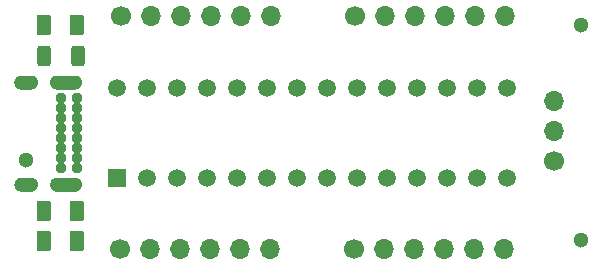
<source format=gbr>
%TF.GenerationSoftware,KiCad,Pcbnew,(6.0.7)*%
%TF.CreationDate,2022-12-19T16:29:32-08:00*%
%TF.ProjectId,Intermediary_revC_4layer,496e7465-726d-4656-9469-6172795f7265,rev?*%
%TF.SameCoordinates,Original*%
%TF.FileFunction,Soldermask,Top*%
%TF.FilePolarity,Negative*%
%FSLAX46Y46*%
G04 Gerber Fmt 4.6, Leading zero omitted, Abs format (unit mm)*
G04 Created by KiCad (PCBNEW (6.0.7)) date 2022-12-19 16:29:32*
%MOMM*%
%LPD*%
G01*
G04 APERTURE LIST*
G04 Aperture macros list*
%AMRoundRect*
0 Rectangle with rounded corners*
0 $1 Rounding radius*
0 $2 $3 $4 $5 $6 $7 $8 $9 X,Y pos of 4 corners*
0 Add a 4 corners polygon primitive as box body*
4,1,4,$2,$3,$4,$5,$6,$7,$8,$9,$2,$3,0*
0 Add four circle primitives for the rounded corners*
1,1,$1+$1,$2,$3*
1,1,$1+$1,$4,$5*
1,1,$1+$1,$6,$7*
1,1,$1+$1,$8,$9*
0 Add four rect primitives between the rounded corners*
20,1,$1+$1,$2,$3,$4,$5,0*
20,1,$1+$1,$4,$5,$6,$7,0*
20,1,$1+$1,$6,$7,$8,$9,0*
20,1,$1+$1,$8,$9,$2,$3,0*%
G04 Aperture macros list end*
%ADD10C,0.010000*%
%ADD11C,0.954800*%
%ADD12C,1.300000*%
%ADD13C,1.700000*%
%ADD14O,1.700000X1.700000*%
%ADD15RoundRect,0.250000X0.312500X0.625000X-0.312500X0.625000X-0.312500X-0.625000X0.312500X-0.625000X0*%
%ADD16RoundRect,0.250000X0.375000X0.625000X-0.375000X0.625000X-0.375000X-0.625000X0.375000X-0.625000X0*%
%ADD17R,1.508000X1.508000*%
%ADD18C,1.508000*%
G04 APERTURE END LIST*
%TO.C,J5*%
G36*
X125264400Y-98772000D02*
G01*
X125292400Y-98774000D01*
X125321400Y-98778000D01*
X125349400Y-98783000D01*
X125377400Y-98790000D01*
X125405400Y-98798000D01*
X125432400Y-98808000D01*
X125459400Y-98819000D01*
X125485400Y-98831000D01*
X125510400Y-98845000D01*
X125535400Y-98860000D01*
X125558400Y-98876000D01*
X125581400Y-98894000D01*
X125603400Y-98912000D01*
X125624400Y-98932000D01*
X125644400Y-98953000D01*
X125662400Y-98975000D01*
X125680400Y-98998000D01*
X125696400Y-99021000D01*
X125711400Y-99046000D01*
X125725400Y-99071000D01*
X125737400Y-99097000D01*
X125748400Y-99124000D01*
X125758400Y-99151000D01*
X125766400Y-99179000D01*
X125773400Y-99207000D01*
X125778400Y-99235000D01*
X125782400Y-99264000D01*
X125784400Y-99292000D01*
X125785400Y-99321000D01*
X125784400Y-99350000D01*
X125782400Y-99378000D01*
X125778400Y-99407000D01*
X125773400Y-99435000D01*
X125766400Y-99463000D01*
X125758400Y-99491000D01*
X125748400Y-99518000D01*
X125737400Y-99545000D01*
X125725400Y-99571000D01*
X125711400Y-99596000D01*
X125696400Y-99621000D01*
X125680400Y-99644000D01*
X125662400Y-99667000D01*
X125644400Y-99689000D01*
X125624400Y-99710000D01*
X125603400Y-99730000D01*
X125581400Y-99748000D01*
X125558400Y-99766000D01*
X125535400Y-99782000D01*
X125510400Y-99797000D01*
X125485400Y-99811000D01*
X125459400Y-99823000D01*
X125432400Y-99834000D01*
X125405400Y-99844000D01*
X125377400Y-99852000D01*
X125349400Y-99859000D01*
X125321400Y-99864000D01*
X125292400Y-99868000D01*
X125264400Y-99870000D01*
X125235400Y-99871000D01*
X123735400Y-99871000D01*
X123706400Y-99870000D01*
X123678400Y-99868000D01*
X123649400Y-99864000D01*
X123621400Y-99859000D01*
X123593400Y-99852000D01*
X123565400Y-99844000D01*
X123538400Y-99834000D01*
X123511400Y-99823000D01*
X123485400Y-99811000D01*
X123460400Y-99797000D01*
X123435400Y-99782000D01*
X123412400Y-99766000D01*
X123389400Y-99748000D01*
X123367400Y-99730000D01*
X123346400Y-99710000D01*
X123326400Y-99689000D01*
X123308400Y-99667000D01*
X123290400Y-99644000D01*
X123274400Y-99621000D01*
X123259400Y-99596000D01*
X123245400Y-99571000D01*
X123233400Y-99545000D01*
X123222400Y-99518000D01*
X123212400Y-99491000D01*
X123204400Y-99463000D01*
X123197400Y-99435000D01*
X123192400Y-99407000D01*
X123188400Y-99378000D01*
X123186400Y-99350000D01*
X123185400Y-99321000D01*
X123186400Y-99292000D01*
X123188400Y-99264000D01*
X123192400Y-99235000D01*
X123197400Y-99207000D01*
X123204400Y-99179000D01*
X123212400Y-99151000D01*
X123222400Y-99124000D01*
X123233400Y-99097000D01*
X123245400Y-99071000D01*
X123259400Y-99046000D01*
X123274400Y-99021000D01*
X123290400Y-98998000D01*
X123308400Y-98975000D01*
X123326400Y-98953000D01*
X123346400Y-98932000D01*
X123367400Y-98912000D01*
X123389400Y-98894000D01*
X123412400Y-98876000D01*
X123435400Y-98860000D01*
X123460400Y-98845000D01*
X123485400Y-98831000D01*
X123511400Y-98819000D01*
X123538400Y-98808000D01*
X123565400Y-98798000D01*
X123593400Y-98790000D01*
X123621400Y-98783000D01*
X123649400Y-98778000D01*
X123678400Y-98774000D01*
X123706400Y-98772000D01*
X123735400Y-98771000D01*
X125235400Y-98771000D01*
X125264400Y-98772000D01*
G37*
D10*
X125264400Y-98772000D02*
X125292400Y-98774000D01*
X125321400Y-98778000D01*
X125349400Y-98783000D01*
X125377400Y-98790000D01*
X125405400Y-98798000D01*
X125432400Y-98808000D01*
X125459400Y-98819000D01*
X125485400Y-98831000D01*
X125510400Y-98845000D01*
X125535400Y-98860000D01*
X125558400Y-98876000D01*
X125581400Y-98894000D01*
X125603400Y-98912000D01*
X125624400Y-98932000D01*
X125644400Y-98953000D01*
X125662400Y-98975000D01*
X125680400Y-98998000D01*
X125696400Y-99021000D01*
X125711400Y-99046000D01*
X125725400Y-99071000D01*
X125737400Y-99097000D01*
X125748400Y-99124000D01*
X125758400Y-99151000D01*
X125766400Y-99179000D01*
X125773400Y-99207000D01*
X125778400Y-99235000D01*
X125782400Y-99264000D01*
X125784400Y-99292000D01*
X125785400Y-99321000D01*
X125784400Y-99350000D01*
X125782400Y-99378000D01*
X125778400Y-99407000D01*
X125773400Y-99435000D01*
X125766400Y-99463000D01*
X125758400Y-99491000D01*
X125748400Y-99518000D01*
X125737400Y-99545000D01*
X125725400Y-99571000D01*
X125711400Y-99596000D01*
X125696400Y-99621000D01*
X125680400Y-99644000D01*
X125662400Y-99667000D01*
X125644400Y-99689000D01*
X125624400Y-99710000D01*
X125603400Y-99730000D01*
X125581400Y-99748000D01*
X125558400Y-99766000D01*
X125535400Y-99782000D01*
X125510400Y-99797000D01*
X125485400Y-99811000D01*
X125459400Y-99823000D01*
X125432400Y-99834000D01*
X125405400Y-99844000D01*
X125377400Y-99852000D01*
X125349400Y-99859000D01*
X125321400Y-99864000D01*
X125292400Y-99868000D01*
X125264400Y-99870000D01*
X125235400Y-99871000D01*
X123735400Y-99871000D01*
X123706400Y-99870000D01*
X123678400Y-99868000D01*
X123649400Y-99864000D01*
X123621400Y-99859000D01*
X123593400Y-99852000D01*
X123565400Y-99844000D01*
X123538400Y-99834000D01*
X123511400Y-99823000D01*
X123485400Y-99811000D01*
X123460400Y-99797000D01*
X123435400Y-99782000D01*
X123412400Y-99766000D01*
X123389400Y-99748000D01*
X123367400Y-99730000D01*
X123346400Y-99710000D01*
X123326400Y-99689000D01*
X123308400Y-99667000D01*
X123290400Y-99644000D01*
X123274400Y-99621000D01*
X123259400Y-99596000D01*
X123245400Y-99571000D01*
X123233400Y-99545000D01*
X123222400Y-99518000D01*
X123212400Y-99491000D01*
X123204400Y-99463000D01*
X123197400Y-99435000D01*
X123192400Y-99407000D01*
X123188400Y-99378000D01*
X123186400Y-99350000D01*
X123185400Y-99321000D01*
X123186400Y-99292000D01*
X123188400Y-99264000D01*
X123192400Y-99235000D01*
X123197400Y-99207000D01*
X123204400Y-99179000D01*
X123212400Y-99151000D01*
X123222400Y-99124000D01*
X123233400Y-99097000D01*
X123245400Y-99071000D01*
X123259400Y-99046000D01*
X123274400Y-99021000D01*
X123290400Y-98998000D01*
X123308400Y-98975000D01*
X123326400Y-98953000D01*
X123346400Y-98932000D01*
X123367400Y-98912000D01*
X123389400Y-98894000D01*
X123412400Y-98876000D01*
X123435400Y-98860000D01*
X123460400Y-98845000D01*
X123485400Y-98831000D01*
X123511400Y-98819000D01*
X123538400Y-98808000D01*
X123565400Y-98798000D01*
X123593400Y-98790000D01*
X123621400Y-98783000D01*
X123649400Y-98778000D01*
X123678400Y-98774000D01*
X123706400Y-98772000D01*
X123735400Y-98771000D01*
X125235400Y-98771000D01*
X125264400Y-98772000D01*
G36*
X121534400Y-98772000D02*
G01*
X121562400Y-98774000D01*
X121591400Y-98778000D01*
X121619400Y-98783000D01*
X121647400Y-98790000D01*
X121675400Y-98798000D01*
X121702400Y-98808000D01*
X121729400Y-98819000D01*
X121755400Y-98831000D01*
X121780400Y-98845000D01*
X121805400Y-98860000D01*
X121828400Y-98876000D01*
X121851400Y-98894000D01*
X121873400Y-98912000D01*
X121894400Y-98932000D01*
X121914400Y-98953000D01*
X121932400Y-98975000D01*
X121950400Y-98998000D01*
X121966400Y-99021000D01*
X121981400Y-99046000D01*
X121995400Y-99071000D01*
X122007400Y-99097000D01*
X122018400Y-99124000D01*
X122028400Y-99151000D01*
X122036400Y-99179000D01*
X122043400Y-99207000D01*
X122048400Y-99235000D01*
X122052400Y-99264000D01*
X122054400Y-99292000D01*
X122055400Y-99321000D01*
X122054400Y-99350000D01*
X122052400Y-99378000D01*
X122048400Y-99407000D01*
X122043400Y-99435000D01*
X122036400Y-99463000D01*
X122028400Y-99491000D01*
X122018400Y-99518000D01*
X122007400Y-99545000D01*
X121995400Y-99571000D01*
X121981400Y-99596000D01*
X121966400Y-99621000D01*
X121950400Y-99644000D01*
X121932400Y-99667000D01*
X121914400Y-99689000D01*
X121894400Y-99710000D01*
X121873400Y-99730000D01*
X121851400Y-99748000D01*
X121828400Y-99766000D01*
X121805400Y-99782000D01*
X121780400Y-99797000D01*
X121755400Y-99811000D01*
X121729400Y-99823000D01*
X121702400Y-99834000D01*
X121675400Y-99844000D01*
X121647400Y-99852000D01*
X121619400Y-99859000D01*
X121591400Y-99864000D01*
X121562400Y-99868000D01*
X121534400Y-99870000D01*
X121505400Y-99871000D01*
X120705400Y-99871000D01*
X120676400Y-99870000D01*
X120648400Y-99868000D01*
X120619400Y-99864000D01*
X120591400Y-99859000D01*
X120563400Y-99852000D01*
X120535400Y-99844000D01*
X120508400Y-99834000D01*
X120481400Y-99823000D01*
X120455400Y-99811000D01*
X120430400Y-99797000D01*
X120405400Y-99782000D01*
X120382400Y-99766000D01*
X120359400Y-99748000D01*
X120337400Y-99730000D01*
X120316400Y-99710000D01*
X120296400Y-99689000D01*
X120278400Y-99667000D01*
X120260400Y-99644000D01*
X120244400Y-99621000D01*
X120229400Y-99596000D01*
X120215400Y-99571000D01*
X120203400Y-99545000D01*
X120192400Y-99518000D01*
X120182400Y-99491000D01*
X120174400Y-99463000D01*
X120167400Y-99435000D01*
X120162400Y-99407000D01*
X120158400Y-99378000D01*
X120156400Y-99350000D01*
X120155400Y-99321000D01*
X120156400Y-99292000D01*
X120158400Y-99264000D01*
X120162400Y-99235000D01*
X120167400Y-99207000D01*
X120174400Y-99179000D01*
X120182400Y-99151000D01*
X120192400Y-99124000D01*
X120203400Y-99097000D01*
X120215400Y-99071000D01*
X120229400Y-99046000D01*
X120244400Y-99021000D01*
X120260400Y-98998000D01*
X120278400Y-98975000D01*
X120296400Y-98953000D01*
X120316400Y-98932000D01*
X120337400Y-98912000D01*
X120359400Y-98894000D01*
X120382400Y-98876000D01*
X120405400Y-98860000D01*
X120430400Y-98845000D01*
X120455400Y-98831000D01*
X120481400Y-98819000D01*
X120508400Y-98808000D01*
X120535400Y-98798000D01*
X120563400Y-98790000D01*
X120591400Y-98783000D01*
X120619400Y-98778000D01*
X120648400Y-98774000D01*
X120676400Y-98772000D01*
X120705400Y-98771000D01*
X121505400Y-98771000D01*
X121534400Y-98772000D01*
G37*
X121534400Y-98772000D02*
X121562400Y-98774000D01*
X121591400Y-98778000D01*
X121619400Y-98783000D01*
X121647400Y-98790000D01*
X121675400Y-98798000D01*
X121702400Y-98808000D01*
X121729400Y-98819000D01*
X121755400Y-98831000D01*
X121780400Y-98845000D01*
X121805400Y-98860000D01*
X121828400Y-98876000D01*
X121851400Y-98894000D01*
X121873400Y-98912000D01*
X121894400Y-98932000D01*
X121914400Y-98953000D01*
X121932400Y-98975000D01*
X121950400Y-98998000D01*
X121966400Y-99021000D01*
X121981400Y-99046000D01*
X121995400Y-99071000D01*
X122007400Y-99097000D01*
X122018400Y-99124000D01*
X122028400Y-99151000D01*
X122036400Y-99179000D01*
X122043400Y-99207000D01*
X122048400Y-99235000D01*
X122052400Y-99264000D01*
X122054400Y-99292000D01*
X122055400Y-99321000D01*
X122054400Y-99350000D01*
X122052400Y-99378000D01*
X122048400Y-99407000D01*
X122043400Y-99435000D01*
X122036400Y-99463000D01*
X122028400Y-99491000D01*
X122018400Y-99518000D01*
X122007400Y-99545000D01*
X121995400Y-99571000D01*
X121981400Y-99596000D01*
X121966400Y-99621000D01*
X121950400Y-99644000D01*
X121932400Y-99667000D01*
X121914400Y-99689000D01*
X121894400Y-99710000D01*
X121873400Y-99730000D01*
X121851400Y-99748000D01*
X121828400Y-99766000D01*
X121805400Y-99782000D01*
X121780400Y-99797000D01*
X121755400Y-99811000D01*
X121729400Y-99823000D01*
X121702400Y-99834000D01*
X121675400Y-99844000D01*
X121647400Y-99852000D01*
X121619400Y-99859000D01*
X121591400Y-99864000D01*
X121562400Y-99868000D01*
X121534400Y-99870000D01*
X121505400Y-99871000D01*
X120705400Y-99871000D01*
X120676400Y-99870000D01*
X120648400Y-99868000D01*
X120619400Y-99864000D01*
X120591400Y-99859000D01*
X120563400Y-99852000D01*
X120535400Y-99844000D01*
X120508400Y-99834000D01*
X120481400Y-99823000D01*
X120455400Y-99811000D01*
X120430400Y-99797000D01*
X120405400Y-99782000D01*
X120382400Y-99766000D01*
X120359400Y-99748000D01*
X120337400Y-99730000D01*
X120316400Y-99710000D01*
X120296400Y-99689000D01*
X120278400Y-99667000D01*
X120260400Y-99644000D01*
X120244400Y-99621000D01*
X120229400Y-99596000D01*
X120215400Y-99571000D01*
X120203400Y-99545000D01*
X120192400Y-99518000D01*
X120182400Y-99491000D01*
X120174400Y-99463000D01*
X120167400Y-99435000D01*
X120162400Y-99407000D01*
X120158400Y-99378000D01*
X120156400Y-99350000D01*
X120155400Y-99321000D01*
X120156400Y-99292000D01*
X120158400Y-99264000D01*
X120162400Y-99235000D01*
X120167400Y-99207000D01*
X120174400Y-99179000D01*
X120182400Y-99151000D01*
X120192400Y-99124000D01*
X120203400Y-99097000D01*
X120215400Y-99071000D01*
X120229400Y-99046000D01*
X120244400Y-99021000D01*
X120260400Y-98998000D01*
X120278400Y-98975000D01*
X120296400Y-98953000D01*
X120316400Y-98932000D01*
X120337400Y-98912000D01*
X120359400Y-98894000D01*
X120382400Y-98876000D01*
X120405400Y-98860000D01*
X120430400Y-98845000D01*
X120455400Y-98831000D01*
X120481400Y-98819000D01*
X120508400Y-98808000D01*
X120535400Y-98798000D01*
X120563400Y-98790000D01*
X120591400Y-98783000D01*
X120619400Y-98778000D01*
X120648400Y-98774000D01*
X120676400Y-98772000D01*
X120705400Y-98771000D01*
X121505400Y-98771000D01*
X121534400Y-98772000D01*
G36*
X125264400Y-90122000D02*
G01*
X125292400Y-90124000D01*
X125321400Y-90128000D01*
X125349400Y-90133000D01*
X125377400Y-90140000D01*
X125405400Y-90148000D01*
X125432400Y-90158000D01*
X125459400Y-90169000D01*
X125485400Y-90181000D01*
X125510400Y-90195000D01*
X125535400Y-90210000D01*
X125558400Y-90226000D01*
X125581400Y-90244000D01*
X125603400Y-90262000D01*
X125624400Y-90282000D01*
X125644400Y-90303000D01*
X125662400Y-90325000D01*
X125680400Y-90348000D01*
X125696400Y-90371000D01*
X125711400Y-90396000D01*
X125725400Y-90421000D01*
X125737400Y-90447000D01*
X125748400Y-90474000D01*
X125758400Y-90501000D01*
X125766400Y-90529000D01*
X125773400Y-90557000D01*
X125778400Y-90585000D01*
X125782400Y-90614000D01*
X125784400Y-90642000D01*
X125785400Y-90671000D01*
X125784400Y-90700000D01*
X125782400Y-90728000D01*
X125778400Y-90757000D01*
X125773400Y-90785000D01*
X125766400Y-90813000D01*
X125758400Y-90841000D01*
X125748400Y-90868000D01*
X125737400Y-90895000D01*
X125725400Y-90921000D01*
X125711400Y-90946000D01*
X125696400Y-90971000D01*
X125680400Y-90994000D01*
X125662400Y-91017000D01*
X125644400Y-91039000D01*
X125624400Y-91060000D01*
X125603400Y-91080000D01*
X125581400Y-91098000D01*
X125558400Y-91116000D01*
X125535400Y-91132000D01*
X125510400Y-91147000D01*
X125485400Y-91161000D01*
X125459400Y-91173000D01*
X125432400Y-91184000D01*
X125405400Y-91194000D01*
X125377400Y-91202000D01*
X125349400Y-91209000D01*
X125321400Y-91214000D01*
X125292400Y-91218000D01*
X125264400Y-91220000D01*
X125235400Y-91221000D01*
X123735400Y-91221000D01*
X123706400Y-91220000D01*
X123678400Y-91218000D01*
X123649400Y-91214000D01*
X123621400Y-91209000D01*
X123593400Y-91202000D01*
X123565400Y-91194000D01*
X123538400Y-91184000D01*
X123511400Y-91173000D01*
X123485400Y-91161000D01*
X123460400Y-91147000D01*
X123435400Y-91132000D01*
X123412400Y-91116000D01*
X123389400Y-91098000D01*
X123367400Y-91080000D01*
X123346400Y-91060000D01*
X123326400Y-91039000D01*
X123308400Y-91017000D01*
X123290400Y-90994000D01*
X123274400Y-90971000D01*
X123259400Y-90946000D01*
X123245400Y-90921000D01*
X123233400Y-90895000D01*
X123222400Y-90868000D01*
X123212400Y-90841000D01*
X123204400Y-90813000D01*
X123197400Y-90785000D01*
X123192400Y-90757000D01*
X123188400Y-90728000D01*
X123186400Y-90700000D01*
X123185400Y-90671000D01*
X123186400Y-90642000D01*
X123188400Y-90614000D01*
X123192400Y-90585000D01*
X123197400Y-90557000D01*
X123204400Y-90529000D01*
X123212400Y-90501000D01*
X123222400Y-90474000D01*
X123233400Y-90447000D01*
X123245400Y-90421000D01*
X123259400Y-90396000D01*
X123274400Y-90371000D01*
X123290400Y-90348000D01*
X123308400Y-90325000D01*
X123326400Y-90303000D01*
X123346400Y-90282000D01*
X123367400Y-90262000D01*
X123389400Y-90244000D01*
X123412400Y-90226000D01*
X123435400Y-90210000D01*
X123460400Y-90195000D01*
X123485400Y-90181000D01*
X123511400Y-90169000D01*
X123538400Y-90158000D01*
X123565400Y-90148000D01*
X123593400Y-90140000D01*
X123621400Y-90133000D01*
X123649400Y-90128000D01*
X123678400Y-90124000D01*
X123706400Y-90122000D01*
X123735400Y-90121000D01*
X125235400Y-90121000D01*
X125264400Y-90122000D01*
G37*
X125264400Y-90122000D02*
X125292400Y-90124000D01*
X125321400Y-90128000D01*
X125349400Y-90133000D01*
X125377400Y-90140000D01*
X125405400Y-90148000D01*
X125432400Y-90158000D01*
X125459400Y-90169000D01*
X125485400Y-90181000D01*
X125510400Y-90195000D01*
X125535400Y-90210000D01*
X125558400Y-90226000D01*
X125581400Y-90244000D01*
X125603400Y-90262000D01*
X125624400Y-90282000D01*
X125644400Y-90303000D01*
X125662400Y-90325000D01*
X125680400Y-90348000D01*
X125696400Y-90371000D01*
X125711400Y-90396000D01*
X125725400Y-90421000D01*
X125737400Y-90447000D01*
X125748400Y-90474000D01*
X125758400Y-90501000D01*
X125766400Y-90529000D01*
X125773400Y-90557000D01*
X125778400Y-90585000D01*
X125782400Y-90614000D01*
X125784400Y-90642000D01*
X125785400Y-90671000D01*
X125784400Y-90700000D01*
X125782400Y-90728000D01*
X125778400Y-90757000D01*
X125773400Y-90785000D01*
X125766400Y-90813000D01*
X125758400Y-90841000D01*
X125748400Y-90868000D01*
X125737400Y-90895000D01*
X125725400Y-90921000D01*
X125711400Y-90946000D01*
X125696400Y-90971000D01*
X125680400Y-90994000D01*
X125662400Y-91017000D01*
X125644400Y-91039000D01*
X125624400Y-91060000D01*
X125603400Y-91080000D01*
X125581400Y-91098000D01*
X125558400Y-91116000D01*
X125535400Y-91132000D01*
X125510400Y-91147000D01*
X125485400Y-91161000D01*
X125459400Y-91173000D01*
X125432400Y-91184000D01*
X125405400Y-91194000D01*
X125377400Y-91202000D01*
X125349400Y-91209000D01*
X125321400Y-91214000D01*
X125292400Y-91218000D01*
X125264400Y-91220000D01*
X125235400Y-91221000D01*
X123735400Y-91221000D01*
X123706400Y-91220000D01*
X123678400Y-91218000D01*
X123649400Y-91214000D01*
X123621400Y-91209000D01*
X123593400Y-91202000D01*
X123565400Y-91194000D01*
X123538400Y-91184000D01*
X123511400Y-91173000D01*
X123485400Y-91161000D01*
X123460400Y-91147000D01*
X123435400Y-91132000D01*
X123412400Y-91116000D01*
X123389400Y-91098000D01*
X123367400Y-91080000D01*
X123346400Y-91060000D01*
X123326400Y-91039000D01*
X123308400Y-91017000D01*
X123290400Y-90994000D01*
X123274400Y-90971000D01*
X123259400Y-90946000D01*
X123245400Y-90921000D01*
X123233400Y-90895000D01*
X123222400Y-90868000D01*
X123212400Y-90841000D01*
X123204400Y-90813000D01*
X123197400Y-90785000D01*
X123192400Y-90757000D01*
X123188400Y-90728000D01*
X123186400Y-90700000D01*
X123185400Y-90671000D01*
X123186400Y-90642000D01*
X123188400Y-90614000D01*
X123192400Y-90585000D01*
X123197400Y-90557000D01*
X123204400Y-90529000D01*
X123212400Y-90501000D01*
X123222400Y-90474000D01*
X123233400Y-90447000D01*
X123245400Y-90421000D01*
X123259400Y-90396000D01*
X123274400Y-90371000D01*
X123290400Y-90348000D01*
X123308400Y-90325000D01*
X123326400Y-90303000D01*
X123346400Y-90282000D01*
X123367400Y-90262000D01*
X123389400Y-90244000D01*
X123412400Y-90226000D01*
X123435400Y-90210000D01*
X123460400Y-90195000D01*
X123485400Y-90181000D01*
X123511400Y-90169000D01*
X123538400Y-90158000D01*
X123565400Y-90148000D01*
X123593400Y-90140000D01*
X123621400Y-90133000D01*
X123649400Y-90128000D01*
X123678400Y-90124000D01*
X123706400Y-90122000D01*
X123735400Y-90121000D01*
X125235400Y-90121000D01*
X125264400Y-90122000D01*
G36*
X121534400Y-90122000D02*
G01*
X121562400Y-90124000D01*
X121591400Y-90128000D01*
X121619400Y-90133000D01*
X121647400Y-90140000D01*
X121675400Y-90148000D01*
X121702400Y-90158000D01*
X121729400Y-90169000D01*
X121755400Y-90181000D01*
X121780400Y-90195000D01*
X121805400Y-90210000D01*
X121828400Y-90226000D01*
X121851400Y-90244000D01*
X121873400Y-90262000D01*
X121894400Y-90282000D01*
X121914400Y-90303000D01*
X121932400Y-90325000D01*
X121950400Y-90348000D01*
X121966400Y-90371000D01*
X121981400Y-90396000D01*
X121995400Y-90421000D01*
X122007400Y-90447000D01*
X122018400Y-90474000D01*
X122028400Y-90501000D01*
X122036400Y-90529000D01*
X122043400Y-90557000D01*
X122048400Y-90585000D01*
X122052400Y-90614000D01*
X122054400Y-90642000D01*
X122055400Y-90671000D01*
X122054400Y-90700000D01*
X122052400Y-90728000D01*
X122048400Y-90757000D01*
X122043400Y-90785000D01*
X122036400Y-90813000D01*
X122028400Y-90841000D01*
X122018400Y-90868000D01*
X122007400Y-90895000D01*
X121995400Y-90921000D01*
X121981400Y-90946000D01*
X121966400Y-90971000D01*
X121950400Y-90994000D01*
X121932400Y-91017000D01*
X121914400Y-91039000D01*
X121894400Y-91060000D01*
X121873400Y-91080000D01*
X121851400Y-91098000D01*
X121828400Y-91116000D01*
X121805400Y-91132000D01*
X121780400Y-91147000D01*
X121755400Y-91161000D01*
X121729400Y-91173000D01*
X121702400Y-91184000D01*
X121675400Y-91194000D01*
X121647400Y-91202000D01*
X121619400Y-91209000D01*
X121591400Y-91214000D01*
X121562400Y-91218000D01*
X121534400Y-91220000D01*
X121505400Y-91221000D01*
X120705400Y-91221000D01*
X120676400Y-91220000D01*
X120648400Y-91218000D01*
X120619400Y-91214000D01*
X120591400Y-91209000D01*
X120563400Y-91202000D01*
X120535400Y-91194000D01*
X120508400Y-91184000D01*
X120481400Y-91173000D01*
X120455400Y-91161000D01*
X120430400Y-91147000D01*
X120405400Y-91132000D01*
X120382400Y-91116000D01*
X120359400Y-91098000D01*
X120337400Y-91080000D01*
X120316400Y-91060000D01*
X120296400Y-91039000D01*
X120278400Y-91017000D01*
X120260400Y-90994000D01*
X120244400Y-90971000D01*
X120229400Y-90946000D01*
X120215400Y-90921000D01*
X120203400Y-90895000D01*
X120192400Y-90868000D01*
X120182400Y-90841000D01*
X120174400Y-90813000D01*
X120167400Y-90785000D01*
X120162400Y-90757000D01*
X120158400Y-90728000D01*
X120156400Y-90700000D01*
X120155400Y-90671000D01*
X120156400Y-90642000D01*
X120158400Y-90614000D01*
X120162400Y-90585000D01*
X120167400Y-90557000D01*
X120174400Y-90529000D01*
X120182400Y-90501000D01*
X120192400Y-90474000D01*
X120203400Y-90447000D01*
X120215400Y-90421000D01*
X120229400Y-90396000D01*
X120244400Y-90371000D01*
X120260400Y-90348000D01*
X120278400Y-90325000D01*
X120296400Y-90303000D01*
X120316400Y-90282000D01*
X120337400Y-90262000D01*
X120359400Y-90244000D01*
X120382400Y-90226000D01*
X120405400Y-90210000D01*
X120430400Y-90195000D01*
X120455400Y-90181000D01*
X120481400Y-90169000D01*
X120508400Y-90158000D01*
X120535400Y-90148000D01*
X120563400Y-90140000D01*
X120591400Y-90133000D01*
X120619400Y-90128000D01*
X120648400Y-90124000D01*
X120676400Y-90122000D01*
X120705400Y-90121000D01*
X121505400Y-90121000D01*
X121534400Y-90122000D01*
G37*
X121534400Y-90122000D02*
X121562400Y-90124000D01*
X121591400Y-90128000D01*
X121619400Y-90133000D01*
X121647400Y-90140000D01*
X121675400Y-90148000D01*
X121702400Y-90158000D01*
X121729400Y-90169000D01*
X121755400Y-90181000D01*
X121780400Y-90195000D01*
X121805400Y-90210000D01*
X121828400Y-90226000D01*
X121851400Y-90244000D01*
X121873400Y-90262000D01*
X121894400Y-90282000D01*
X121914400Y-90303000D01*
X121932400Y-90325000D01*
X121950400Y-90348000D01*
X121966400Y-90371000D01*
X121981400Y-90396000D01*
X121995400Y-90421000D01*
X122007400Y-90447000D01*
X122018400Y-90474000D01*
X122028400Y-90501000D01*
X122036400Y-90529000D01*
X122043400Y-90557000D01*
X122048400Y-90585000D01*
X122052400Y-90614000D01*
X122054400Y-90642000D01*
X122055400Y-90671000D01*
X122054400Y-90700000D01*
X122052400Y-90728000D01*
X122048400Y-90757000D01*
X122043400Y-90785000D01*
X122036400Y-90813000D01*
X122028400Y-90841000D01*
X122018400Y-90868000D01*
X122007400Y-90895000D01*
X121995400Y-90921000D01*
X121981400Y-90946000D01*
X121966400Y-90971000D01*
X121950400Y-90994000D01*
X121932400Y-91017000D01*
X121914400Y-91039000D01*
X121894400Y-91060000D01*
X121873400Y-91080000D01*
X121851400Y-91098000D01*
X121828400Y-91116000D01*
X121805400Y-91132000D01*
X121780400Y-91147000D01*
X121755400Y-91161000D01*
X121729400Y-91173000D01*
X121702400Y-91184000D01*
X121675400Y-91194000D01*
X121647400Y-91202000D01*
X121619400Y-91209000D01*
X121591400Y-91214000D01*
X121562400Y-91218000D01*
X121534400Y-91220000D01*
X121505400Y-91221000D01*
X120705400Y-91221000D01*
X120676400Y-91220000D01*
X120648400Y-91218000D01*
X120619400Y-91214000D01*
X120591400Y-91209000D01*
X120563400Y-91202000D01*
X120535400Y-91194000D01*
X120508400Y-91184000D01*
X120481400Y-91173000D01*
X120455400Y-91161000D01*
X120430400Y-91147000D01*
X120405400Y-91132000D01*
X120382400Y-91116000D01*
X120359400Y-91098000D01*
X120337400Y-91080000D01*
X120316400Y-91060000D01*
X120296400Y-91039000D01*
X120278400Y-91017000D01*
X120260400Y-90994000D01*
X120244400Y-90971000D01*
X120229400Y-90946000D01*
X120215400Y-90921000D01*
X120203400Y-90895000D01*
X120192400Y-90868000D01*
X120182400Y-90841000D01*
X120174400Y-90813000D01*
X120167400Y-90785000D01*
X120162400Y-90757000D01*
X120158400Y-90728000D01*
X120156400Y-90700000D01*
X120155400Y-90671000D01*
X120156400Y-90642000D01*
X120158400Y-90614000D01*
X120162400Y-90585000D01*
X120167400Y-90557000D01*
X120174400Y-90529000D01*
X120182400Y-90501000D01*
X120192400Y-90474000D01*
X120203400Y-90447000D01*
X120215400Y-90421000D01*
X120229400Y-90396000D01*
X120244400Y-90371000D01*
X120260400Y-90348000D01*
X120278400Y-90325000D01*
X120296400Y-90303000D01*
X120316400Y-90282000D01*
X120337400Y-90262000D01*
X120359400Y-90244000D01*
X120382400Y-90226000D01*
X120405400Y-90210000D01*
X120430400Y-90195000D01*
X120455400Y-90181000D01*
X120481400Y-90169000D01*
X120508400Y-90158000D01*
X120535400Y-90148000D01*
X120563400Y-90140000D01*
X120591400Y-90133000D01*
X120619400Y-90128000D01*
X120648400Y-90124000D01*
X120676400Y-90122000D01*
X120705400Y-90121000D01*
X121505400Y-90121000D01*
X121534400Y-90122000D01*
%TD*%
D11*
%TO.C,J5*%
X125465400Y-92021000D03*
X125465400Y-92871000D03*
X125465400Y-93721000D03*
X125465400Y-94571000D03*
X125465400Y-95421000D03*
X125465400Y-96271000D03*
X125465400Y-97121000D03*
X125465400Y-97971000D03*
X124115400Y-97971000D03*
X124115400Y-97121000D03*
X124115400Y-96271000D03*
X124115400Y-95421000D03*
X124115400Y-94571000D03*
X124115400Y-93721000D03*
X124115400Y-92871000D03*
X124115400Y-92021000D03*
%TD*%
D12*
%TO.C,H3*%
X168148000Y-85852000D03*
%TD*%
%TO.C,H2*%
X168148000Y-104013000D03*
%TD*%
%TO.C,H1*%
X121158000Y-97282000D03*
%TD*%
D13*
%TO.C,J1*%
X129112200Y-104775000D03*
D14*
X131652200Y-104775000D03*
X134192200Y-104775000D03*
X136732200Y-104775000D03*
X139272200Y-104775000D03*
X141812200Y-104775000D03*
%TD*%
D13*
%TO.C,J3*%
X129137200Y-85090000D03*
D14*
X131677200Y-85090000D03*
X134217200Y-85090000D03*
X136757200Y-85090000D03*
X139297200Y-85090000D03*
X141837200Y-85090000D03*
%TD*%
D15*
%TO.C,R10*%
X125552200Y-88468200D03*
X122627200Y-88468200D03*
%TD*%
D16*
%TO.C,D1*%
X125425200Y-101574600D03*
X122625200Y-101574600D03*
%TD*%
D13*
%TO.C,J6*%
X165862000Y-97394000D03*
D14*
X165862000Y-94854000D03*
X165862000Y-92314000D03*
%TD*%
D13*
%TO.C,J4*%
X148949200Y-85090000D03*
D14*
X151489200Y-85090000D03*
X154029200Y-85090000D03*
X156569200Y-85090000D03*
X159109200Y-85090000D03*
X161649200Y-85090000D03*
%TD*%
D13*
%TO.C,J2*%
X148924200Y-104775000D03*
D14*
X151464200Y-104775000D03*
X154004200Y-104775000D03*
X156544200Y-104775000D03*
X159084200Y-104775000D03*
X161624200Y-104775000D03*
%TD*%
D16*
%TO.C,D3*%
X125425200Y-104140000D03*
X122625200Y-104140000D03*
%TD*%
%TO.C,D4*%
X125476000Y-85852000D03*
X122676000Y-85852000D03*
%TD*%
D17*
%TO.C,U1*%
X128858200Y-98764500D03*
D18*
X131398200Y-98764500D03*
X133938200Y-98764500D03*
X136478200Y-98764500D03*
X139018200Y-98764500D03*
X141558200Y-98764500D03*
X144098200Y-98764500D03*
X146638200Y-98764500D03*
X149178200Y-98764500D03*
X151718200Y-98764500D03*
X154258200Y-98764500D03*
X156798200Y-98764500D03*
X159338200Y-98764500D03*
X161878200Y-98764500D03*
X161878200Y-91144500D03*
X159338200Y-91144500D03*
X156798200Y-91144500D03*
X154258200Y-91144500D03*
X151718200Y-91144500D03*
X149178200Y-91144500D03*
X146638200Y-91144500D03*
X144098200Y-91144500D03*
X141558200Y-91144500D03*
X139018200Y-91144500D03*
X136478200Y-91144500D03*
X133938200Y-91144500D03*
X131398200Y-91144500D03*
X128858200Y-91144500D03*
%TD*%
M02*

</source>
